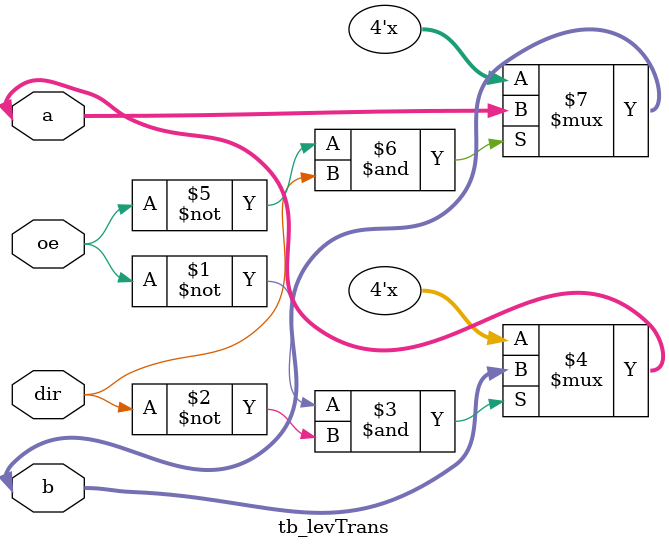
<source format=sv>
module tb_levTrans(
input wire oe,
input wire dir,

inout [3:0] a,
inout [3:0] b
);

assign a = (~oe & ~dir) ? b : 'z;
assign b = (~oe &  dir) ? a : 'z;

endmodule

</source>
